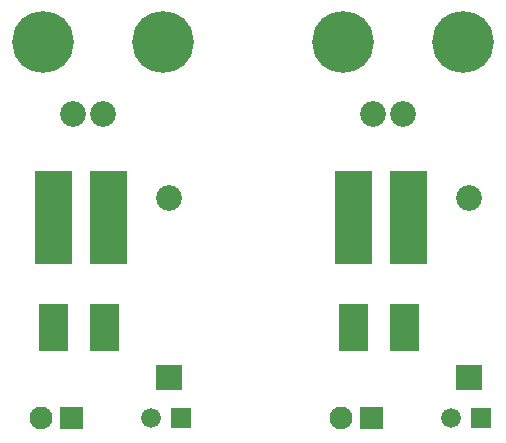
<source format=gbr>
G04 start of page 4 for group -4063 idx -4063 *
G04 Title: (unknown), componentmask *
G04 Creator: pcb 20091103 *
G04 CreationDate: Wed Aug 18 22:41:48 2010 UTC *
G04 For: fosse *
G04 Format: Gerber/RS-274X *
G04 PCB-Dimensions: 600000 500000 *
G04 PCB-Coordinate-Origin: lower left *
%MOIN*%
%FSLAX25Y25*%
%LNFRONTMASK*%
%ADD16C,0.0200*%
%ADD26C,0.0860*%
%ADD27C,0.0660*%
%ADD28C,0.0760*%
%ADD29C,0.2060*%
%ADD30R,0.0940X0.0940*%
%ADD31R,0.1243X0.1243*%
G54D26*X139000Y364000D03*
X107000Y392000D03*
X117000D03*
X207000D03*
X217000D03*
G54D16*G36*
X139700Y293800D02*Y287200D01*
X146300D01*
Y293800D01*
X139700D01*
G37*
G54D27*X133000Y290500D03*
G54D16*G36*
X102700Y294300D02*Y286700D01*
X110300D01*
Y294300D01*
X102700D01*
G37*
G54D28*X96500Y290500D03*
G54D16*G36*
X134700Y308300D02*Y299700D01*
X143300D01*
Y308300D01*
X134700D01*
G37*
G54D29*X97000Y416000D03*
X137000D03*
X197000D03*
X237000D03*
G54D16*G36*
X239700Y293800D02*Y287200D01*
X246300D01*
Y293800D01*
X239700D01*
G37*
G36*
X234700Y308300D02*Y299700D01*
X243300D01*
Y308300D01*
X234700D01*
G37*
G54D26*X239000Y364000D03*
G54D27*X233000Y290500D03*
G54D16*G36*
X202700Y294300D02*Y286700D01*
X210300D01*
Y294300D01*
X202700D01*
G37*
G54D28*X196500Y290500D03*
G54D30*X200500Y323900D02*Y317500D01*
X217500Y323900D02*Y317500D01*
G54D31*X200500Y366500D02*Y348193D01*
G54D30*X100500Y323900D02*Y317500D01*
X117500Y323900D02*Y317500D01*
G54D31*X100500Y366500D02*Y348193D01*
X118807Y366500D02*Y348193D01*
X218807Y366500D02*Y348193D01*
M02*

</source>
